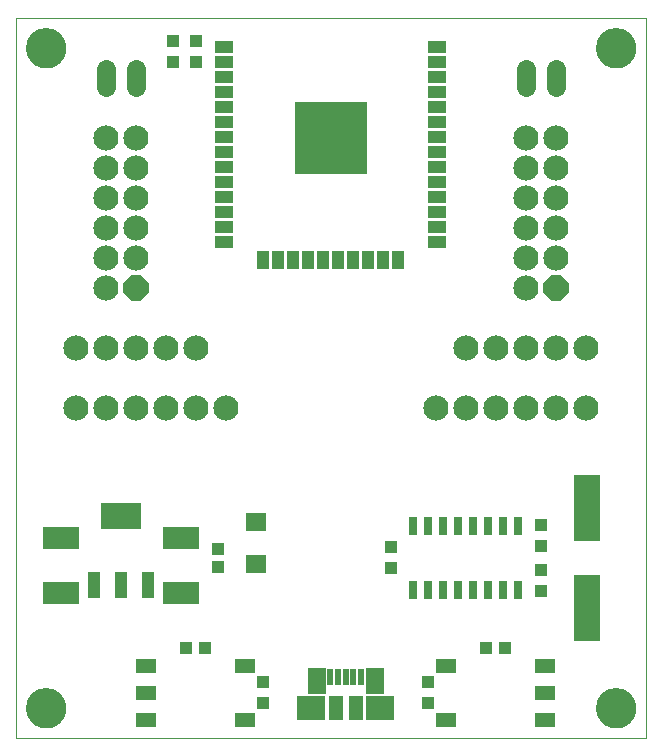
<source format=gts>
G75*
%MOIN*%
%OFA0B0*%
%FSLAX25Y25*%
%IPPOS*%
%LPD*%
%AMOC8*
5,1,8,0,0,1.08239X$1,22.5*
%
%ADD10C,0.00000*%
%ADD11R,0.04337X0.04337*%
%ADD12R,0.06699X0.06306*%
%ADD13R,0.04199X0.04199*%
%ADD14R,0.06699X0.04731*%
%ADD15OC8,0.08400*%
%ADD16C,0.08400*%
%ADD17R,0.02172X0.05833*%
%ADD18R,0.06207X0.08668*%
%ADD19R,0.05026X0.07880*%
%ADD20R,0.09750X0.07880*%
%ADD21R,0.02900X0.06400*%
%ADD22R,0.06306X0.03943*%
%ADD23R,0.03943X0.06306*%
%ADD24R,0.24022X0.24022*%
%ADD25R,0.13195X0.08865*%
%ADD26R,0.04140X0.08865*%
%ADD27R,0.12211X0.07487*%
%ADD28R,0.08668X0.22447*%
%ADD29C,0.06400*%
%ADD30C,0.13392*%
D10*
X0002274Y0002274D02*
X0002274Y0242274D01*
X0212274Y0242274D01*
X0212274Y0002274D01*
X0002274Y0002274D01*
X0005778Y0012274D02*
X0005780Y0012435D01*
X0005786Y0012595D01*
X0005796Y0012756D01*
X0005810Y0012916D01*
X0005828Y0013075D01*
X0005849Y0013235D01*
X0005875Y0013393D01*
X0005905Y0013551D01*
X0005938Y0013708D01*
X0005976Y0013865D01*
X0006017Y0014020D01*
X0006062Y0014174D01*
X0006111Y0014327D01*
X0006164Y0014479D01*
X0006220Y0014629D01*
X0006280Y0014778D01*
X0006344Y0014926D01*
X0006411Y0015072D01*
X0006482Y0015216D01*
X0006557Y0015358D01*
X0006635Y0015499D01*
X0006716Y0015637D01*
X0006801Y0015774D01*
X0006890Y0015908D01*
X0006981Y0016040D01*
X0007076Y0016170D01*
X0007174Y0016297D01*
X0007275Y0016422D01*
X0007379Y0016545D01*
X0007486Y0016664D01*
X0007596Y0016781D01*
X0007709Y0016896D01*
X0007825Y0017007D01*
X0007943Y0017116D01*
X0008064Y0017221D01*
X0008188Y0017324D01*
X0008314Y0017424D01*
X0008443Y0017520D01*
X0008574Y0017613D01*
X0008707Y0017703D01*
X0008842Y0017790D01*
X0008980Y0017873D01*
X0009119Y0017952D01*
X0009261Y0018029D01*
X0009404Y0018102D01*
X0009549Y0018171D01*
X0009696Y0018236D01*
X0009844Y0018298D01*
X0009994Y0018357D01*
X0010145Y0018411D01*
X0010297Y0018462D01*
X0010451Y0018509D01*
X0010606Y0018552D01*
X0010761Y0018591D01*
X0010918Y0018627D01*
X0011076Y0018659D01*
X0011234Y0018686D01*
X0011393Y0018710D01*
X0011552Y0018730D01*
X0011712Y0018746D01*
X0011873Y0018758D01*
X0012033Y0018766D01*
X0012194Y0018770D01*
X0012354Y0018770D01*
X0012515Y0018766D01*
X0012675Y0018758D01*
X0012836Y0018746D01*
X0012996Y0018730D01*
X0013155Y0018710D01*
X0013314Y0018686D01*
X0013472Y0018659D01*
X0013630Y0018627D01*
X0013787Y0018591D01*
X0013942Y0018552D01*
X0014097Y0018509D01*
X0014251Y0018462D01*
X0014403Y0018411D01*
X0014554Y0018357D01*
X0014704Y0018298D01*
X0014852Y0018236D01*
X0014999Y0018171D01*
X0015144Y0018102D01*
X0015287Y0018029D01*
X0015429Y0017952D01*
X0015568Y0017873D01*
X0015706Y0017790D01*
X0015841Y0017703D01*
X0015974Y0017613D01*
X0016105Y0017520D01*
X0016234Y0017424D01*
X0016360Y0017324D01*
X0016484Y0017221D01*
X0016605Y0017116D01*
X0016723Y0017007D01*
X0016839Y0016896D01*
X0016952Y0016781D01*
X0017062Y0016664D01*
X0017169Y0016545D01*
X0017273Y0016422D01*
X0017374Y0016297D01*
X0017472Y0016170D01*
X0017567Y0016040D01*
X0017658Y0015908D01*
X0017747Y0015774D01*
X0017832Y0015637D01*
X0017913Y0015499D01*
X0017991Y0015358D01*
X0018066Y0015216D01*
X0018137Y0015072D01*
X0018204Y0014926D01*
X0018268Y0014778D01*
X0018328Y0014629D01*
X0018384Y0014479D01*
X0018437Y0014327D01*
X0018486Y0014174D01*
X0018531Y0014020D01*
X0018572Y0013865D01*
X0018610Y0013708D01*
X0018643Y0013551D01*
X0018673Y0013393D01*
X0018699Y0013235D01*
X0018720Y0013075D01*
X0018738Y0012916D01*
X0018752Y0012756D01*
X0018762Y0012595D01*
X0018768Y0012435D01*
X0018770Y0012274D01*
X0018768Y0012113D01*
X0018762Y0011953D01*
X0018752Y0011792D01*
X0018738Y0011632D01*
X0018720Y0011473D01*
X0018699Y0011313D01*
X0018673Y0011155D01*
X0018643Y0010997D01*
X0018610Y0010840D01*
X0018572Y0010683D01*
X0018531Y0010528D01*
X0018486Y0010374D01*
X0018437Y0010221D01*
X0018384Y0010069D01*
X0018328Y0009919D01*
X0018268Y0009770D01*
X0018204Y0009622D01*
X0018137Y0009476D01*
X0018066Y0009332D01*
X0017991Y0009190D01*
X0017913Y0009049D01*
X0017832Y0008911D01*
X0017747Y0008774D01*
X0017658Y0008640D01*
X0017567Y0008508D01*
X0017472Y0008378D01*
X0017374Y0008251D01*
X0017273Y0008126D01*
X0017169Y0008003D01*
X0017062Y0007884D01*
X0016952Y0007767D01*
X0016839Y0007652D01*
X0016723Y0007541D01*
X0016605Y0007432D01*
X0016484Y0007327D01*
X0016360Y0007224D01*
X0016234Y0007124D01*
X0016105Y0007028D01*
X0015974Y0006935D01*
X0015841Y0006845D01*
X0015706Y0006758D01*
X0015568Y0006675D01*
X0015429Y0006596D01*
X0015287Y0006519D01*
X0015144Y0006446D01*
X0014999Y0006377D01*
X0014852Y0006312D01*
X0014704Y0006250D01*
X0014554Y0006191D01*
X0014403Y0006137D01*
X0014251Y0006086D01*
X0014097Y0006039D01*
X0013942Y0005996D01*
X0013787Y0005957D01*
X0013630Y0005921D01*
X0013472Y0005889D01*
X0013314Y0005862D01*
X0013155Y0005838D01*
X0012996Y0005818D01*
X0012836Y0005802D01*
X0012675Y0005790D01*
X0012515Y0005782D01*
X0012354Y0005778D01*
X0012194Y0005778D01*
X0012033Y0005782D01*
X0011873Y0005790D01*
X0011712Y0005802D01*
X0011552Y0005818D01*
X0011393Y0005838D01*
X0011234Y0005862D01*
X0011076Y0005889D01*
X0010918Y0005921D01*
X0010761Y0005957D01*
X0010606Y0005996D01*
X0010451Y0006039D01*
X0010297Y0006086D01*
X0010145Y0006137D01*
X0009994Y0006191D01*
X0009844Y0006250D01*
X0009696Y0006312D01*
X0009549Y0006377D01*
X0009404Y0006446D01*
X0009261Y0006519D01*
X0009119Y0006596D01*
X0008980Y0006675D01*
X0008842Y0006758D01*
X0008707Y0006845D01*
X0008574Y0006935D01*
X0008443Y0007028D01*
X0008314Y0007124D01*
X0008188Y0007224D01*
X0008064Y0007327D01*
X0007943Y0007432D01*
X0007825Y0007541D01*
X0007709Y0007652D01*
X0007596Y0007767D01*
X0007486Y0007884D01*
X0007379Y0008003D01*
X0007275Y0008126D01*
X0007174Y0008251D01*
X0007076Y0008378D01*
X0006981Y0008508D01*
X0006890Y0008640D01*
X0006801Y0008774D01*
X0006716Y0008911D01*
X0006635Y0009049D01*
X0006557Y0009190D01*
X0006482Y0009332D01*
X0006411Y0009476D01*
X0006344Y0009622D01*
X0006280Y0009770D01*
X0006220Y0009919D01*
X0006164Y0010069D01*
X0006111Y0010221D01*
X0006062Y0010374D01*
X0006017Y0010528D01*
X0005976Y0010683D01*
X0005938Y0010840D01*
X0005905Y0010997D01*
X0005875Y0011155D01*
X0005849Y0011313D01*
X0005828Y0011473D01*
X0005810Y0011632D01*
X0005796Y0011792D01*
X0005786Y0011953D01*
X0005780Y0012113D01*
X0005778Y0012274D01*
X0005778Y0232274D02*
X0005780Y0232435D01*
X0005786Y0232595D01*
X0005796Y0232756D01*
X0005810Y0232916D01*
X0005828Y0233075D01*
X0005849Y0233235D01*
X0005875Y0233393D01*
X0005905Y0233551D01*
X0005938Y0233708D01*
X0005976Y0233865D01*
X0006017Y0234020D01*
X0006062Y0234174D01*
X0006111Y0234327D01*
X0006164Y0234479D01*
X0006220Y0234629D01*
X0006280Y0234778D01*
X0006344Y0234926D01*
X0006411Y0235072D01*
X0006482Y0235216D01*
X0006557Y0235358D01*
X0006635Y0235499D01*
X0006716Y0235637D01*
X0006801Y0235774D01*
X0006890Y0235908D01*
X0006981Y0236040D01*
X0007076Y0236170D01*
X0007174Y0236297D01*
X0007275Y0236422D01*
X0007379Y0236545D01*
X0007486Y0236664D01*
X0007596Y0236781D01*
X0007709Y0236896D01*
X0007825Y0237007D01*
X0007943Y0237116D01*
X0008064Y0237221D01*
X0008188Y0237324D01*
X0008314Y0237424D01*
X0008443Y0237520D01*
X0008574Y0237613D01*
X0008707Y0237703D01*
X0008842Y0237790D01*
X0008980Y0237873D01*
X0009119Y0237952D01*
X0009261Y0238029D01*
X0009404Y0238102D01*
X0009549Y0238171D01*
X0009696Y0238236D01*
X0009844Y0238298D01*
X0009994Y0238357D01*
X0010145Y0238411D01*
X0010297Y0238462D01*
X0010451Y0238509D01*
X0010606Y0238552D01*
X0010761Y0238591D01*
X0010918Y0238627D01*
X0011076Y0238659D01*
X0011234Y0238686D01*
X0011393Y0238710D01*
X0011552Y0238730D01*
X0011712Y0238746D01*
X0011873Y0238758D01*
X0012033Y0238766D01*
X0012194Y0238770D01*
X0012354Y0238770D01*
X0012515Y0238766D01*
X0012675Y0238758D01*
X0012836Y0238746D01*
X0012996Y0238730D01*
X0013155Y0238710D01*
X0013314Y0238686D01*
X0013472Y0238659D01*
X0013630Y0238627D01*
X0013787Y0238591D01*
X0013942Y0238552D01*
X0014097Y0238509D01*
X0014251Y0238462D01*
X0014403Y0238411D01*
X0014554Y0238357D01*
X0014704Y0238298D01*
X0014852Y0238236D01*
X0014999Y0238171D01*
X0015144Y0238102D01*
X0015287Y0238029D01*
X0015429Y0237952D01*
X0015568Y0237873D01*
X0015706Y0237790D01*
X0015841Y0237703D01*
X0015974Y0237613D01*
X0016105Y0237520D01*
X0016234Y0237424D01*
X0016360Y0237324D01*
X0016484Y0237221D01*
X0016605Y0237116D01*
X0016723Y0237007D01*
X0016839Y0236896D01*
X0016952Y0236781D01*
X0017062Y0236664D01*
X0017169Y0236545D01*
X0017273Y0236422D01*
X0017374Y0236297D01*
X0017472Y0236170D01*
X0017567Y0236040D01*
X0017658Y0235908D01*
X0017747Y0235774D01*
X0017832Y0235637D01*
X0017913Y0235499D01*
X0017991Y0235358D01*
X0018066Y0235216D01*
X0018137Y0235072D01*
X0018204Y0234926D01*
X0018268Y0234778D01*
X0018328Y0234629D01*
X0018384Y0234479D01*
X0018437Y0234327D01*
X0018486Y0234174D01*
X0018531Y0234020D01*
X0018572Y0233865D01*
X0018610Y0233708D01*
X0018643Y0233551D01*
X0018673Y0233393D01*
X0018699Y0233235D01*
X0018720Y0233075D01*
X0018738Y0232916D01*
X0018752Y0232756D01*
X0018762Y0232595D01*
X0018768Y0232435D01*
X0018770Y0232274D01*
X0018768Y0232113D01*
X0018762Y0231953D01*
X0018752Y0231792D01*
X0018738Y0231632D01*
X0018720Y0231473D01*
X0018699Y0231313D01*
X0018673Y0231155D01*
X0018643Y0230997D01*
X0018610Y0230840D01*
X0018572Y0230683D01*
X0018531Y0230528D01*
X0018486Y0230374D01*
X0018437Y0230221D01*
X0018384Y0230069D01*
X0018328Y0229919D01*
X0018268Y0229770D01*
X0018204Y0229622D01*
X0018137Y0229476D01*
X0018066Y0229332D01*
X0017991Y0229190D01*
X0017913Y0229049D01*
X0017832Y0228911D01*
X0017747Y0228774D01*
X0017658Y0228640D01*
X0017567Y0228508D01*
X0017472Y0228378D01*
X0017374Y0228251D01*
X0017273Y0228126D01*
X0017169Y0228003D01*
X0017062Y0227884D01*
X0016952Y0227767D01*
X0016839Y0227652D01*
X0016723Y0227541D01*
X0016605Y0227432D01*
X0016484Y0227327D01*
X0016360Y0227224D01*
X0016234Y0227124D01*
X0016105Y0227028D01*
X0015974Y0226935D01*
X0015841Y0226845D01*
X0015706Y0226758D01*
X0015568Y0226675D01*
X0015429Y0226596D01*
X0015287Y0226519D01*
X0015144Y0226446D01*
X0014999Y0226377D01*
X0014852Y0226312D01*
X0014704Y0226250D01*
X0014554Y0226191D01*
X0014403Y0226137D01*
X0014251Y0226086D01*
X0014097Y0226039D01*
X0013942Y0225996D01*
X0013787Y0225957D01*
X0013630Y0225921D01*
X0013472Y0225889D01*
X0013314Y0225862D01*
X0013155Y0225838D01*
X0012996Y0225818D01*
X0012836Y0225802D01*
X0012675Y0225790D01*
X0012515Y0225782D01*
X0012354Y0225778D01*
X0012194Y0225778D01*
X0012033Y0225782D01*
X0011873Y0225790D01*
X0011712Y0225802D01*
X0011552Y0225818D01*
X0011393Y0225838D01*
X0011234Y0225862D01*
X0011076Y0225889D01*
X0010918Y0225921D01*
X0010761Y0225957D01*
X0010606Y0225996D01*
X0010451Y0226039D01*
X0010297Y0226086D01*
X0010145Y0226137D01*
X0009994Y0226191D01*
X0009844Y0226250D01*
X0009696Y0226312D01*
X0009549Y0226377D01*
X0009404Y0226446D01*
X0009261Y0226519D01*
X0009119Y0226596D01*
X0008980Y0226675D01*
X0008842Y0226758D01*
X0008707Y0226845D01*
X0008574Y0226935D01*
X0008443Y0227028D01*
X0008314Y0227124D01*
X0008188Y0227224D01*
X0008064Y0227327D01*
X0007943Y0227432D01*
X0007825Y0227541D01*
X0007709Y0227652D01*
X0007596Y0227767D01*
X0007486Y0227884D01*
X0007379Y0228003D01*
X0007275Y0228126D01*
X0007174Y0228251D01*
X0007076Y0228378D01*
X0006981Y0228508D01*
X0006890Y0228640D01*
X0006801Y0228774D01*
X0006716Y0228911D01*
X0006635Y0229049D01*
X0006557Y0229190D01*
X0006482Y0229332D01*
X0006411Y0229476D01*
X0006344Y0229622D01*
X0006280Y0229770D01*
X0006220Y0229919D01*
X0006164Y0230069D01*
X0006111Y0230221D01*
X0006062Y0230374D01*
X0006017Y0230528D01*
X0005976Y0230683D01*
X0005938Y0230840D01*
X0005905Y0230997D01*
X0005875Y0231155D01*
X0005849Y0231313D01*
X0005828Y0231473D01*
X0005810Y0231632D01*
X0005796Y0231792D01*
X0005786Y0231953D01*
X0005780Y0232113D01*
X0005778Y0232274D01*
X0195778Y0232274D02*
X0195780Y0232435D01*
X0195786Y0232595D01*
X0195796Y0232756D01*
X0195810Y0232916D01*
X0195828Y0233075D01*
X0195849Y0233235D01*
X0195875Y0233393D01*
X0195905Y0233551D01*
X0195938Y0233708D01*
X0195976Y0233865D01*
X0196017Y0234020D01*
X0196062Y0234174D01*
X0196111Y0234327D01*
X0196164Y0234479D01*
X0196220Y0234629D01*
X0196280Y0234778D01*
X0196344Y0234926D01*
X0196411Y0235072D01*
X0196482Y0235216D01*
X0196557Y0235358D01*
X0196635Y0235499D01*
X0196716Y0235637D01*
X0196801Y0235774D01*
X0196890Y0235908D01*
X0196981Y0236040D01*
X0197076Y0236170D01*
X0197174Y0236297D01*
X0197275Y0236422D01*
X0197379Y0236545D01*
X0197486Y0236664D01*
X0197596Y0236781D01*
X0197709Y0236896D01*
X0197825Y0237007D01*
X0197943Y0237116D01*
X0198064Y0237221D01*
X0198188Y0237324D01*
X0198314Y0237424D01*
X0198443Y0237520D01*
X0198574Y0237613D01*
X0198707Y0237703D01*
X0198842Y0237790D01*
X0198980Y0237873D01*
X0199119Y0237952D01*
X0199261Y0238029D01*
X0199404Y0238102D01*
X0199549Y0238171D01*
X0199696Y0238236D01*
X0199844Y0238298D01*
X0199994Y0238357D01*
X0200145Y0238411D01*
X0200297Y0238462D01*
X0200451Y0238509D01*
X0200606Y0238552D01*
X0200761Y0238591D01*
X0200918Y0238627D01*
X0201076Y0238659D01*
X0201234Y0238686D01*
X0201393Y0238710D01*
X0201552Y0238730D01*
X0201712Y0238746D01*
X0201873Y0238758D01*
X0202033Y0238766D01*
X0202194Y0238770D01*
X0202354Y0238770D01*
X0202515Y0238766D01*
X0202675Y0238758D01*
X0202836Y0238746D01*
X0202996Y0238730D01*
X0203155Y0238710D01*
X0203314Y0238686D01*
X0203472Y0238659D01*
X0203630Y0238627D01*
X0203787Y0238591D01*
X0203942Y0238552D01*
X0204097Y0238509D01*
X0204251Y0238462D01*
X0204403Y0238411D01*
X0204554Y0238357D01*
X0204704Y0238298D01*
X0204852Y0238236D01*
X0204999Y0238171D01*
X0205144Y0238102D01*
X0205287Y0238029D01*
X0205429Y0237952D01*
X0205568Y0237873D01*
X0205706Y0237790D01*
X0205841Y0237703D01*
X0205974Y0237613D01*
X0206105Y0237520D01*
X0206234Y0237424D01*
X0206360Y0237324D01*
X0206484Y0237221D01*
X0206605Y0237116D01*
X0206723Y0237007D01*
X0206839Y0236896D01*
X0206952Y0236781D01*
X0207062Y0236664D01*
X0207169Y0236545D01*
X0207273Y0236422D01*
X0207374Y0236297D01*
X0207472Y0236170D01*
X0207567Y0236040D01*
X0207658Y0235908D01*
X0207747Y0235774D01*
X0207832Y0235637D01*
X0207913Y0235499D01*
X0207991Y0235358D01*
X0208066Y0235216D01*
X0208137Y0235072D01*
X0208204Y0234926D01*
X0208268Y0234778D01*
X0208328Y0234629D01*
X0208384Y0234479D01*
X0208437Y0234327D01*
X0208486Y0234174D01*
X0208531Y0234020D01*
X0208572Y0233865D01*
X0208610Y0233708D01*
X0208643Y0233551D01*
X0208673Y0233393D01*
X0208699Y0233235D01*
X0208720Y0233075D01*
X0208738Y0232916D01*
X0208752Y0232756D01*
X0208762Y0232595D01*
X0208768Y0232435D01*
X0208770Y0232274D01*
X0208768Y0232113D01*
X0208762Y0231953D01*
X0208752Y0231792D01*
X0208738Y0231632D01*
X0208720Y0231473D01*
X0208699Y0231313D01*
X0208673Y0231155D01*
X0208643Y0230997D01*
X0208610Y0230840D01*
X0208572Y0230683D01*
X0208531Y0230528D01*
X0208486Y0230374D01*
X0208437Y0230221D01*
X0208384Y0230069D01*
X0208328Y0229919D01*
X0208268Y0229770D01*
X0208204Y0229622D01*
X0208137Y0229476D01*
X0208066Y0229332D01*
X0207991Y0229190D01*
X0207913Y0229049D01*
X0207832Y0228911D01*
X0207747Y0228774D01*
X0207658Y0228640D01*
X0207567Y0228508D01*
X0207472Y0228378D01*
X0207374Y0228251D01*
X0207273Y0228126D01*
X0207169Y0228003D01*
X0207062Y0227884D01*
X0206952Y0227767D01*
X0206839Y0227652D01*
X0206723Y0227541D01*
X0206605Y0227432D01*
X0206484Y0227327D01*
X0206360Y0227224D01*
X0206234Y0227124D01*
X0206105Y0227028D01*
X0205974Y0226935D01*
X0205841Y0226845D01*
X0205706Y0226758D01*
X0205568Y0226675D01*
X0205429Y0226596D01*
X0205287Y0226519D01*
X0205144Y0226446D01*
X0204999Y0226377D01*
X0204852Y0226312D01*
X0204704Y0226250D01*
X0204554Y0226191D01*
X0204403Y0226137D01*
X0204251Y0226086D01*
X0204097Y0226039D01*
X0203942Y0225996D01*
X0203787Y0225957D01*
X0203630Y0225921D01*
X0203472Y0225889D01*
X0203314Y0225862D01*
X0203155Y0225838D01*
X0202996Y0225818D01*
X0202836Y0225802D01*
X0202675Y0225790D01*
X0202515Y0225782D01*
X0202354Y0225778D01*
X0202194Y0225778D01*
X0202033Y0225782D01*
X0201873Y0225790D01*
X0201712Y0225802D01*
X0201552Y0225818D01*
X0201393Y0225838D01*
X0201234Y0225862D01*
X0201076Y0225889D01*
X0200918Y0225921D01*
X0200761Y0225957D01*
X0200606Y0225996D01*
X0200451Y0226039D01*
X0200297Y0226086D01*
X0200145Y0226137D01*
X0199994Y0226191D01*
X0199844Y0226250D01*
X0199696Y0226312D01*
X0199549Y0226377D01*
X0199404Y0226446D01*
X0199261Y0226519D01*
X0199119Y0226596D01*
X0198980Y0226675D01*
X0198842Y0226758D01*
X0198707Y0226845D01*
X0198574Y0226935D01*
X0198443Y0227028D01*
X0198314Y0227124D01*
X0198188Y0227224D01*
X0198064Y0227327D01*
X0197943Y0227432D01*
X0197825Y0227541D01*
X0197709Y0227652D01*
X0197596Y0227767D01*
X0197486Y0227884D01*
X0197379Y0228003D01*
X0197275Y0228126D01*
X0197174Y0228251D01*
X0197076Y0228378D01*
X0196981Y0228508D01*
X0196890Y0228640D01*
X0196801Y0228774D01*
X0196716Y0228911D01*
X0196635Y0229049D01*
X0196557Y0229190D01*
X0196482Y0229332D01*
X0196411Y0229476D01*
X0196344Y0229622D01*
X0196280Y0229770D01*
X0196220Y0229919D01*
X0196164Y0230069D01*
X0196111Y0230221D01*
X0196062Y0230374D01*
X0196017Y0230528D01*
X0195976Y0230683D01*
X0195938Y0230840D01*
X0195905Y0230997D01*
X0195875Y0231155D01*
X0195849Y0231313D01*
X0195828Y0231473D01*
X0195810Y0231632D01*
X0195796Y0231792D01*
X0195786Y0231953D01*
X0195780Y0232113D01*
X0195778Y0232274D01*
X0195778Y0012274D02*
X0195780Y0012435D01*
X0195786Y0012595D01*
X0195796Y0012756D01*
X0195810Y0012916D01*
X0195828Y0013075D01*
X0195849Y0013235D01*
X0195875Y0013393D01*
X0195905Y0013551D01*
X0195938Y0013708D01*
X0195976Y0013865D01*
X0196017Y0014020D01*
X0196062Y0014174D01*
X0196111Y0014327D01*
X0196164Y0014479D01*
X0196220Y0014629D01*
X0196280Y0014778D01*
X0196344Y0014926D01*
X0196411Y0015072D01*
X0196482Y0015216D01*
X0196557Y0015358D01*
X0196635Y0015499D01*
X0196716Y0015637D01*
X0196801Y0015774D01*
X0196890Y0015908D01*
X0196981Y0016040D01*
X0197076Y0016170D01*
X0197174Y0016297D01*
X0197275Y0016422D01*
X0197379Y0016545D01*
X0197486Y0016664D01*
X0197596Y0016781D01*
X0197709Y0016896D01*
X0197825Y0017007D01*
X0197943Y0017116D01*
X0198064Y0017221D01*
X0198188Y0017324D01*
X0198314Y0017424D01*
X0198443Y0017520D01*
X0198574Y0017613D01*
X0198707Y0017703D01*
X0198842Y0017790D01*
X0198980Y0017873D01*
X0199119Y0017952D01*
X0199261Y0018029D01*
X0199404Y0018102D01*
X0199549Y0018171D01*
X0199696Y0018236D01*
X0199844Y0018298D01*
X0199994Y0018357D01*
X0200145Y0018411D01*
X0200297Y0018462D01*
X0200451Y0018509D01*
X0200606Y0018552D01*
X0200761Y0018591D01*
X0200918Y0018627D01*
X0201076Y0018659D01*
X0201234Y0018686D01*
X0201393Y0018710D01*
X0201552Y0018730D01*
X0201712Y0018746D01*
X0201873Y0018758D01*
X0202033Y0018766D01*
X0202194Y0018770D01*
X0202354Y0018770D01*
X0202515Y0018766D01*
X0202675Y0018758D01*
X0202836Y0018746D01*
X0202996Y0018730D01*
X0203155Y0018710D01*
X0203314Y0018686D01*
X0203472Y0018659D01*
X0203630Y0018627D01*
X0203787Y0018591D01*
X0203942Y0018552D01*
X0204097Y0018509D01*
X0204251Y0018462D01*
X0204403Y0018411D01*
X0204554Y0018357D01*
X0204704Y0018298D01*
X0204852Y0018236D01*
X0204999Y0018171D01*
X0205144Y0018102D01*
X0205287Y0018029D01*
X0205429Y0017952D01*
X0205568Y0017873D01*
X0205706Y0017790D01*
X0205841Y0017703D01*
X0205974Y0017613D01*
X0206105Y0017520D01*
X0206234Y0017424D01*
X0206360Y0017324D01*
X0206484Y0017221D01*
X0206605Y0017116D01*
X0206723Y0017007D01*
X0206839Y0016896D01*
X0206952Y0016781D01*
X0207062Y0016664D01*
X0207169Y0016545D01*
X0207273Y0016422D01*
X0207374Y0016297D01*
X0207472Y0016170D01*
X0207567Y0016040D01*
X0207658Y0015908D01*
X0207747Y0015774D01*
X0207832Y0015637D01*
X0207913Y0015499D01*
X0207991Y0015358D01*
X0208066Y0015216D01*
X0208137Y0015072D01*
X0208204Y0014926D01*
X0208268Y0014778D01*
X0208328Y0014629D01*
X0208384Y0014479D01*
X0208437Y0014327D01*
X0208486Y0014174D01*
X0208531Y0014020D01*
X0208572Y0013865D01*
X0208610Y0013708D01*
X0208643Y0013551D01*
X0208673Y0013393D01*
X0208699Y0013235D01*
X0208720Y0013075D01*
X0208738Y0012916D01*
X0208752Y0012756D01*
X0208762Y0012595D01*
X0208768Y0012435D01*
X0208770Y0012274D01*
X0208768Y0012113D01*
X0208762Y0011953D01*
X0208752Y0011792D01*
X0208738Y0011632D01*
X0208720Y0011473D01*
X0208699Y0011313D01*
X0208673Y0011155D01*
X0208643Y0010997D01*
X0208610Y0010840D01*
X0208572Y0010683D01*
X0208531Y0010528D01*
X0208486Y0010374D01*
X0208437Y0010221D01*
X0208384Y0010069D01*
X0208328Y0009919D01*
X0208268Y0009770D01*
X0208204Y0009622D01*
X0208137Y0009476D01*
X0208066Y0009332D01*
X0207991Y0009190D01*
X0207913Y0009049D01*
X0207832Y0008911D01*
X0207747Y0008774D01*
X0207658Y0008640D01*
X0207567Y0008508D01*
X0207472Y0008378D01*
X0207374Y0008251D01*
X0207273Y0008126D01*
X0207169Y0008003D01*
X0207062Y0007884D01*
X0206952Y0007767D01*
X0206839Y0007652D01*
X0206723Y0007541D01*
X0206605Y0007432D01*
X0206484Y0007327D01*
X0206360Y0007224D01*
X0206234Y0007124D01*
X0206105Y0007028D01*
X0205974Y0006935D01*
X0205841Y0006845D01*
X0205706Y0006758D01*
X0205568Y0006675D01*
X0205429Y0006596D01*
X0205287Y0006519D01*
X0205144Y0006446D01*
X0204999Y0006377D01*
X0204852Y0006312D01*
X0204704Y0006250D01*
X0204554Y0006191D01*
X0204403Y0006137D01*
X0204251Y0006086D01*
X0204097Y0006039D01*
X0203942Y0005996D01*
X0203787Y0005957D01*
X0203630Y0005921D01*
X0203472Y0005889D01*
X0203314Y0005862D01*
X0203155Y0005838D01*
X0202996Y0005818D01*
X0202836Y0005802D01*
X0202675Y0005790D01*
X0202515Y0005782D01*
X0202354Y0005778D01*
X0202194Y0005778D01*
X0202033Y0005782D01*
X0201873Y0005790D01*
X0201712Y0005802D01*
X0201552Y0005818D01*
X0201393Y0005838D01*
X0201234Y0005862D01*
X0201076Y0005889D01*
X0200918Y0005921D01*
X0200761Y0005957D01*
X0200606Y0005996D01*
X0200451Y0006039D01*
X0200297Y0006086D01*
X0200145Y0006137D01*
X0199994Y0006191D01*
X0199844Y0006250D01*
X0199696Y0006312D01*
X0199549Y0006377D01*
X0199404Y0006446D01*
X0199261Y0006519D01*
X0199119Y0006596D01*
X0198980Y0006675D01*
X0198842Y0006758D01*
X0198707Y0006845D01*
X0198574Y0006935D01*
X0198443Y0007028D01*
X0198314Y0007124D01*
X0198188Y0007224D01*
X0198064Y0007327D01*
X0197943Y0007432D01*
X0197825Y0007541D01*
X0197709Y0007652D01*
X0197596Y0007767D01*
X0197486Y0007884D01*
X0197379Y0008003D01*
X0197275Y0008126D01*
X0197174Y0008251D01*
X0197076Y0008378D01*
X0196981Y0008508D01*
X0196890Y0008640D01*
X0196801Y0008774D01*
X0196716Y0008911D01*
X0196635Y0009049D01*
X0196557Y0009190D01*
X0196482Y0009332D01*
X0196411Y0009476D01*
X0196344Y0009622D01*
X0196280Y0009770D01*
X0196220Y0009919D01*
X0196164Y0010069D01*
X0196111Y0010221D01*
X0196062Y0010374D01*
X0196017Y0010528D01*
X0195976Y0010683D01*
X0195938Y0010840D01*
X0195905Y0010997D01*
X0195875Y0011155D01*
X0195849Y0011313D01*
X0195828Y0011473D01*
X0195810Y0011632D01*
X0195796Y0011792D01*
X0195786Y0011953D01*
X0195780Y0012113D01*
X0195778Y0012274D01*
D11*
X0177274Y0051274D03*
X0177274Y0058274D03*
X0177274Y0066274D03*
X0177274Y0073274D03*
X0139774Y0020774D03*
X0139774Y0013774D03*
X0127274Y0058774D03*
X0127274Y0065774D03*
X0084774Y0020774D03*
X0084774Y0013774D03*
X0062274Y0227524D03*
X0062274Y0234524D03*
X0054774Y0234524D03*
X0054774Y0227524D03*
D12*
X0082274Y0074163D03*
X0082274Y0060384D03*
D13*
X0069774Y0059173D03*
X0069774Y0065374D03*
X0065374Y0032274D03*
X0059173Y0032274D03*
X0159173Y0032274D03*
X0165374Y0032274D03*
D14*
X0178809Y0026132D03*
X0178809Y0017274D03*
X0178809Y0008415D03*
X0145738Y0008415D03*
X0145738Y0026132D03*
X0078809Y0026132D03*
X0078809Y0008415D03*
X0045738Y0008415D03*
X0045738Y0017274D03*
X0045738Y0026132D03*
D15*
X0042274Y0152274D03*
X0182274Y0152274D03*
D16*
X0182274Y0162274D03*
X0182274Y0172274D03*
X0182274Y0182274D03*
X0182274Y0192274D03*
X0182274Y0202274D03*
X0172274Y0202274D03*
X0172274Y0192274D03*
X0172274Y0182274D03*
X0172274Y0172274D03*
X0172274Y0162274D03*
X0172274Y0152274D03*
X0172274Y0132274D03*
X0182274Y0132274D03*
X0192274Y0132274D03*
X0192274Y0112274D03*
X0182274Y0112274D03*
X0172274Y0112274D03*
X0162274Y0112274D03*
X0152274Y0112274D03*
X0142274Y0112274D03*
X0152274Y0132274D03*
X0162274Y0132274D03*
X0072274Y0112274D03*
X0062274Y0112274D03*
X0052274Y0112274D03*
X0042274Y0112274D03*
X0032274Y0112274D03*
X0022274Y0112274D03*
X0022274Y0132274D03*
X0032274Y0132274D03*
X0042274Y0132274D03*
X0052274Y0132274D03*
X0062274Y0132274D03*
X0042274Y0162274D03*
X0042274Y0172274D03*
X0042274Y0182274D03*
X0042274Y0192274D03*
X0042274Y0202274D03*
X0032274Y0202274D03*
X0032274Y0192274D03*
X0032274Y0182274D03*
X0032274Y0172274D03*
X0032274Y0162274D03*
X0032274Y0152274D03*
D17*
X0107156Y0022549D03*
X0109715Y0022549D03*
X0112274Y0022549D03*
X0114833Y0022549D03*
X0117392Y0022549D03*
D18*
X0121969Y0021329D03*
X0102579Y0021329D03*
D19*
X0108976Y0012274D03*
X0115571Y0012274D03*
D20*
X0123740Y0012274D03*
X0100807Y0012274D03*
D21*
X0134774Y0051663D03*
X0139774Y0051663D03*
X0144774Y0051663D03*
X0149774Y0051663D03*
X0154774Y0051663D03*
X0159774Y0051663D03*
X0164774Y0051663D03*
X0169774Y0051663D03*
X0169774Y0072884D03*
X0164774Y0072884D03*
X0159774Y0072884D03*
X0154774Y0072884D03*
X0149774Y0072884D03*
X0144774Y0072884D03*
X0139774Y0072884D03*
X0134774Y0072884D03*
D22*
X0142707Y0167589D03*
X0142707Y0172589D03*
X0142707Y0177589D03*
X0142707Y0182589D03*
X0142707Y0187589D03*
X0142707Y0192589D03*
X0142707Y0197589D03*
X0142707Y0202589D03*
X0142707Y0207589D03*
X0142707Y0212589D03*
X0142707Y0217589D03*
X0142707Y0222589D03*
X0142707Y0227589D03*
X0142707Y0232589D03*
X0071841Y0232589D03*
X0071841Y0227589D03*
X0071841Y0222589D03*
X0071841Y0217589D03*
X0071841Y0212589D03*
X0071841Y0207589D03*
X0071841Y0202589D03*
X0071841Y0197589D03*
X0071841Y0192589D03*
X0071841Y0187589D03*
X0071841Y0182589D03*
X0071841Y0177589D03*
X0071841Y0172589D03*
X0071841Y0167589D03*
D23*
X0084774Y0161722D03*
X0089774Y0161722D03*
X0094774Y0161722D03*
X0099774Y0161722D03*
X0104774Y0161722D03*
X0109774Y0161722D03*
X0114774Y0161722D03*
X0119774Y0161722D03*
X0124774Y0161722D03*
X0129774Y0161722D03*
D24*
X0107274Y0202274D03*
D25*
X0037274Y0076191D03*
D26*
X0037274Y0053356D03*
X0046329Y0053356D03*
X0028219Y0053356D03*
D27*
X0017274Y0050620D03*
X0017274Y0068927D03*
X0057274Y0068927D03*
X0057274Y0050620D03*
D28*
X0192667Y0045541D03*
X0192667Y0079006D03*
D29*
X0182274Y0219274D02*
X0182274Y0225274D01*
X0172274Y0225274D02*
X0172274Y0219274D01*
X0042274Y0219274D02*
X0042274Y0225274D01*
X0032274Y0225274D02*
X0032274Y0219274D01*
D30*
X0012274Y0232274D03*
X0012274Y0012274D03*
X0202274Y0012274D03*
X0202274Y0232274D03*
M02*

</source>
